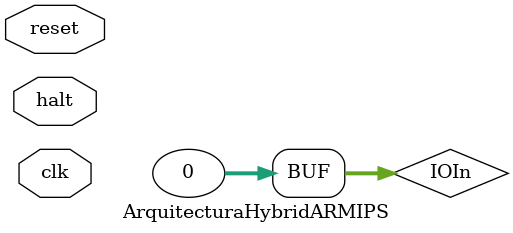
<source format=sv>
/**
***********************************************
		Instituto Tecnologico de Costa Rica 
			Ingenieria en Electronica

					HybridARMIPS
       
		Autores: Esteban Aguero Perez
					Michael Gonzalez Rivera
					Daniela Hernandez Alvarado
					
			Lenguaje: SystemVerilog
					Version: 1.0         
		Ultima Modificacion: 27/09/2018
	
	Entradas:- Clk
				- reset
				- halt
				
	Restricciones:
				-
	
   Salidas: - Ejecucion de las instrucciones
            
		Arquitectura de Computadores I 2018
				Prof. Ronald Garcia
***********************************************
**/
module ArquitecturaHybridARMIPS(input logic clk, reset, halt); // halt para detener la ejecucion
	logic enable;
	logic [31:0] outFE, inDE, PC, DataWrite, PCalu, IOIn;
	logic [3:0] Rd;
	logic PCSrc, RegWrite;
	logic [117:0] outDE, inEXE;
	logic [74:0] outEXE, inMEM;
	logic [104:0] outMEM, inWB;
	assign enable = ~halt & 1'b1;
	assign IOIn = 32'b0;
	Fetch #(32) IF (clk, PCSrc,
		  		   DataWrite,
				   outFE, PC);
					
	Decode #(32) DE (inDE, PC, DataWrite,
					 Rd,
					 clk, RegWrite,
					 outDE[95:64], outDE[63:32], outDE[31:0], // Ra, Rb, ExtImm
					 outDE[99:96], // Rd
					 outDE[100], outDE[101], outDE[102], outDE[103], outDE[104], // MemPWrite, RegWriteOut, MemWrite, BranchInst, ALUSrc
					 outDE[105], outDE[106], outDE[107], outDE[108],  // FlagWrite, PAUOp, IOFlag, ResultSrc
					 outDE[112:109], // ALUControl
					 outDE[115:113], // CondFlag
					 outDE[117:116]); // MemToReg

	Execute #(32) EXE (inEXE[100], inEXE[101], inEXE[102], inEXE[103], inEXE[104], // MemPWrite, RegWrite, MemWrite, BranchInst, ALUSrc 
					  inEXE[105], inEXE[106], inEXE[107], inEXE[108], // FlagWrite, PAUOp, IOFlag, ResultSrc
					  clk,
					  inEXE[117:116], // MemToReg
					  inEXE[112:109], // ALUControl
					  inEXE[115:113], // CondFlag
					  inEXE[95:64], inEXE[63:32], inEXE[31:0], // Ra, Rb, ExtIm
					  inEXE[99:96], // Rd
					  outEXE[70], outEXE[71], outEXE[72], outEXE[73], outEXE[74], // PCSrc, RegWriteOut, MemWriteOut, MemPWriteOut, IOFlagOut
					  outEXE[69:68], // MemToRegOut
					  outEXE[31:0], outEXE[63:32], // ALUResult, WriteData
					  outEXE[67:64]); // RdOut);
					  
	MemoryStage #(32) MEM (clk,
							inMEM[72], inMEM[73], inMEM[70], inMEM[71], inMEM[74], // MEMWrite, MemPWrite, PCSrc, RegWrite, IOFlag
							inMEM[69:68], // MemToReg
							inMEM[31:0], inMEM[63:32], // address, WriteData
							inMEM[67:64], // RdIn,
							outMEM[31:0], outMEM[63:32], outMEM[95:64], // ReadDataDataMem, ReadDataPixMem, ALUresultOut
							outMEM[99:96], // RdOut
							outMEM[102], outMEM[103], outMEM[104], // PCSrcOut, RegWriteOut, IOFlagOut
							outMEM[101:100]); // MemToRegOut 
							
	WriteBack #(32) WB (inWB[102], inWB[103], inWB[104], // PCSrc, RegWrite, IOFlag
						 inWB[101:100], // MemToReg
						 IOIn, inWB[31:0], inWB[63:32], inWB[95:64], // IOIn, ReadData, ReadDataP, ALUOut,
						 inWB[99:96], // Rd
						 DataWrite, 
						 Rd,
						 PCSrc, RegWrite);
						 
	Register #(32) IF_DE (outFE, ~clk, enable, inDE);
	Register #(118) DE_EXE (outDE, ~clk, enable, inEXE);
	Register #(75) EXE_MEM (outEXE, ~clk, enable, inMEM);
	Register #(105) MEM_WB (outMEM, ~clk, enable, inWB);
endmodule 
</source>
